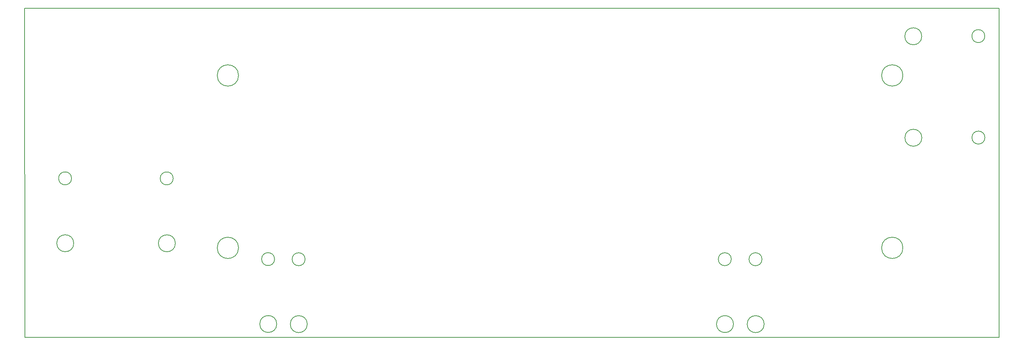
<source format=gbr>
G04 #@! TF.GenerationSoftware,KiCad,Pcbnew,7.0.8*
G04 #@! TF.CreationDate,2024-08-20T17:03:02+09:00*
G04 #@! TF.ProjectId,tacash36,74616361-7368-4333-962e-6b696361645f,rev?*
G04 #@! TF.SameCoordinates,Original*
G04 #@! TF.FileFunction,Profile,NP*
%FSLAX46Y46*%
G04 Gerber Fmt 4.6, Leading zero omitted, Abs format (unit mm)*
G04 Created by KiCad (PCBNEW 7.0.8) date 2024-08-20 17:03:02*
%MOMM*%
%LPD*%
G01*
G04 APERTURE LIST*
G04 #@! TA.AperFunction,Profile*
%ADD10C,0.150000*%
G04 #@! TD*
G04 #@! TA.AperFunction,Profile*
%ADD11C,0.200000*%
G04 #@! TD*
G04 APERTURE END LIST*
D10*
X15780000Y-31090000D02*
G75*
G03*
X15780000Y-31090000I-1520000J0D01*
G01*
X146690000Y-50090000D02*
G75*
G03*
X146690000Y-50090000I-1520000J0D01*
G01*
X154400000Y-65360000D02*
G75*
G03*
X154400000Y-65360000I-1990000J0D01*
G01*
X40070000Y-65330000D02*
G75*
G03*
X40070000Y-65330000I-1990000J0D01*
G01*
X206180000Y-21490000D02*
G75*
G03*
X206180000Y-21490000I-1520000J0D01*
G01*
X209555000Y8880000D02*
X209555000Y-68490000D01*
X191390000Y-21530000D02*
G75*
G03*
X191390000Y-21530000I-1990000J0D01*
G01*
X39560000Y-50070000D02*
G75*
G03*
X39560000Y-50070000I-1520000J0D01*
G01*
D11*
X31110000Y-6880000D02*
G75*
G03*
X31110000Y-6880000I-2500000J0D01*
G01*
D10*
X153890000Y-50100000D02*
G75*
G03*
X153890000Y-50100000I-1520000J0D01*
G01*
X206160000Y2370000D02*
G75*
G03*
X206160000Y2370000I-1520000J0D01*
G01*
X147200000Y-65350000D02*
G75*
G03*
X147200000Y-65350000I-1990000J0D01*
G01*
X209555000Y-68490000D02*
X-19040000Y-68450000D01*
X191370000Y2330000D02*
G75*
G03*
X191370000Y2330000I-1990000J0D01*
G01*
X209555000Y8880000D02*
X-19050000Y8880000D01*
D11*
X186950000Y-47420000D02*
G75*
G03*
X186950000Y-47420000I-2500000J0D01*
G01*
X31110000Y-47420000D02*
G75*
G03*
X31110000Y-47420000I-2500000J0D01*
G01*
D10*
X-8060000Y-31080000D02*
G75*
G03*
X-8060000Y-31080000I-1520000J0D01*
G01*
X-7550000Y-46340000D02*
G75*
G03*
X-7550000Y-46340000I-1990000J0D01*
G01*
X16290000Y-46350000D02*
G75*
G03*
X16290000Y-46350000I-1990000J0D01*
G01*
X47230000Y-65360000D02*
G75*
G03*
X47230000Y-65360000I-1990000J0D01*
G01*
D11*
X186950000Y-6880000D02*
G75*
G03*
X186950000Y-6880000I-2500000J0D01*
G01*
D10*
X-19040000Y-68450000D02*
X-19050000Y8880000D01*
X46720000Y-50100000D02*
G75*
G03*
X46720000Y-50100000I-1520000J0D01*
G01*
M02*

</source>
